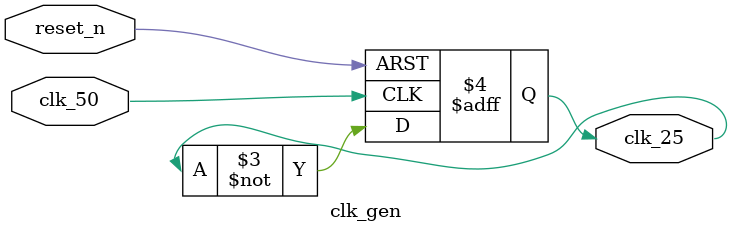
<source format=v>
/* -----------------------------------------
  Clock divider: Divides clock by 2
----------------------------------------- */
module clk_gen (

  input       reset_n,
  input       clk_50,
  output reg  clk_25

);

  /* -----------------------------------------
    Behavioural
  ----------------------------------------- */
  always @ (posedge clk_50 or negedge reset_n) begin
    if (~reset_n)
      clk_25 <= 0;
    else
      clk_25 <= ~clk_25;
  end
endmodule

</source>
